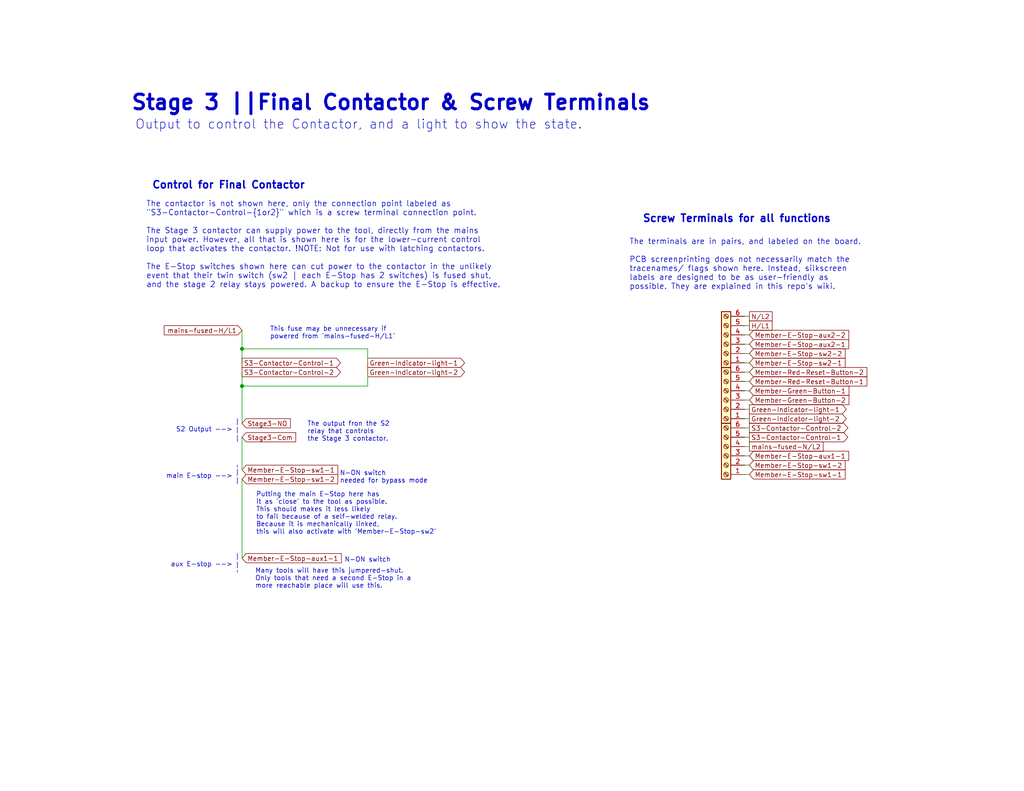
<source format=kicad_sch>
(kicad_sch (version 20231120) (generator "eeschema") (generator_version "8.0")
  (paper "USLetter")
  (title_block (title "Stage 3 | Contactor to power the Tool") (date "2022-10-29") (rev "3") (company "Corey Rice & MakeHaven") (comment 1 "The contactor actually controls power access to the tool") (comment 2 "A fuse is added to protect the board from over-current") (comment 3 "Screw-terminals shown here, to connect to mains-level devices"))
  (lib_symbols
    (symbol "Connector:Screw_Terminal_01x06" (pin_names (offset 1.016) hide)
      (property "Reference" "J" (at 0 7.62 0))
      (property "Value" "Screw_Terminal_01x06" (at 0 -10.16 0))
      (symbol "Screw_Terminal_01x06_1_1"
        (rectangle (start -1.27 6.35) (end 1.27 -8.89) (stroke (width 0.254)) (fill (type background)))
        (circle (center 0 -7.62) (radius 0.635) (stroke (width 0.1524)))
        (circle (center 0 -5.08) (radius 0.635) (stroke (width 0.1524)))
        (circle (center 0 -2.54) (radius 0.635) (stroke (width 0.1524)))
        (polyline (pts (xy -0.5334 -7.2898) (xy 0.3302 -8.128)) (stroke (width 0.1524)))
        (polyline (pts (xy -0.5334 -4.7498) (xy 0.3302 -5.588)) (stroke (width 0.1524)))
        (polyline (pts (xy -0.5334 -2.2098) (xy 0.3302 -3.048)) (stroke (width 0.1524)))
        (polyline (pts (xy -0.5334 0.3302) (xy 0.3302 -0.508)) (stroke (width 0.1524)))
        (polyline (pts (xy -0.5334 2.8702) (xy 0.3302 2.032)) (stroke (width 0.1524)))
        (polyline (pts (xy -0.5334 5.4102) (xy 0.3302 4.572)) (stroke (width 0.1524)))
        (polyline (pts (xy -0.3556 -7.112) (xy 0.508 -7.9502)) (stroke (width 0.1524)))
        (polyline (pts (xy -0.3556 -4.572) (xy 0.508 -5.4102)) (stroke (width 0.1524)))
        (polyline (pts (xy -0.3556 -2.032) (xy 0.508 -2.8702)) (stroke (width 0.1524)))
        (polyline (pts (xy -0.3556 0.508) (xy 0.508 -0.3302)) (stroke (width 0.1524)))
        (polyline (pts (xy -0.3556 3.048) (xy 0.508 2.2098)) (stroke (width 0.1524)))
        (polyline (pts (xy -0.3556 5.588) (xy 0.508 4.7498)) (stroke (width 0.1524)))
        (circle (center 0 0) (radius 0.635) (stroke (width 0.1524)))
        (circle (center 0 2.54) (radius 0.635) (stroke (width 0.1524)))
        (circle (center 0 5.08) (radius 0.635) (stroke (width 0.1524)))
        (pin passive line (at -5.08 5.08 0) (length 3.81) (name "Pin_1") (number "1"))
        (pin passive line (at -5.08 2.54 0) (length 3.81) (name "Pin_2") (number "2"))
        (pin passive line (at -5.08 0 0) (length 3.81) (name "Pin_3") (number "3"))
        (pin passive line (at -5.08 -2.54 0) (length 3.81) (name "Pin_4") (number "4"))
        (pin passive line (at -5.08 -5.08 0) (length 3.81) (name "Pin_5") (number "5"))
        (pin passive line (at -5.08 -7.62 0) (length 3.81) (name "Pin_6") (number "6"))
      )
    )
  )
  (junction (at 66.04 95.25))
  (junction (at 66.04 105.41))
  (wire (pts (xy 203.2 127) (xy 204.47 127)))
  (wire (pts (xy 66.04 101.6) (xy 66.04 105.41)))
  (wire (pts (xy 203.2 104.14) (xy 204.47 104.14)))
  (polyline (pts (xy 64.77 114.3) (xy 64.77 120.65)) (stroke (width 0) (type dash)))
  (wire (pts (xy 100.33 99.06) (xy 100.33 95.25)))
  (wire (pts (xy 100.33 101.6) (xy 100.33 105.41)))
  (wire (pts (xy 66.04 105.41) (xy 66.04 115.57)))
  (wire (pts (xy 66.04 95.25) (xy 100.33 95.25)))
  (wire (pts (xy 66.04 130.81) (xy 66.04 152.4)))
  (wire (pts (xy 203.2 119.38) (xy 204.47 119.38)))
  (wire (pts (xy 203.2 88.9) (xy 204.47 88.9)))
  (wire (pts (xy 203.2 101.6) (xy 204.47 101.6)))
  (wire (pts (xy 66.04 105.41) (xy 100.33 105.41)))
  (wire (pts (xy 203.2 106.68) (xy 204.47 106.68)))
  (wire (pts (xy 203.2 86.36) (xy 204.47 86.36)))
  (wire (pts (xy 66.04 95.25) (xy 66.04 99.06)))
  (polyline (pts (xy 64.77 132.08) (xy 64.77 127)) (stroke (width 0) (type dash)))
  (wire (pts (xy 203.2 114.3) (xy 204.47 114.3)))
  (polyline (pts (xy 64.77 151.13) (xy 64.77 156.21)) (stroke (width 0) (type dash)))
  (wire (pts (xy 66.04 119.38) (xy 66.04 128.27)))
  (wire (pts (xy 203.2 96.52) (xy 204.47 96.52)))
  (wire (pts (xy 203.2 93.98) (xy 204.47 93.98)))
  (wire (pts (xy 66.04 90.17) (xy 66.04 95.25)))
  (wire (pts (xy 203.2 91.44) (xy 204.47 91.44)))
  (wire (pts (xy 203.2 124.46) (xy 204.47 124.46)))
  (wire (pts (xy 203.2 99.06) (xy 204.47 99.06)))
  (wire (pts (xy 203.2 129.54) (xy 204.47 129.54)))
  (wire (pts (xy 203.2 111.76) (xy 204.47 111.76)))
  (wire (pts (xy 203.2 116.84) (xy 204.47 116.84)))
  (wire (pts (xy 203.2 109.22) (xy 204.47 109.22)))
  (wire (pts (xy 203.2 121.92) (xy 204.47 121.92)))
  (text "The terminals are in pairs, and labeled on the board. \n\nPCB screenprinting does not necessarily match the\ntracenames/ flags shown here. Instead, silkscreen\nlabels are designed to be as user-friendly as \npossible. They are explained in this repo's wiki. " (at 171.704 79.248 0) (effects (font (size 1.524 1.524)) (justify left bottom)))
  (text "Stage 3 ||Final Contactor & Screw Terminals\n" (at 35.56 30.48 0) (effects (font (size 4 4) (thickness 0.8) (bold yes)) (justify left bottom)))
  (text "The contactor is not shown here, only the connection point labeled as\n\"S3-Contactor-Control-{1or2}\" which is a screw terminal connection point.\n\nThe Stage 3 contactor can supply power to the tool, directly from the mains\ninput power. However, all that is shown here is for the lower-current control\nloop that activates the contactor. !NOTE: Not for use with latching contactors.\n\nThe E-Stop switches shown here can cut power to the contactor in the unlikely \nevent that their twin switch (sw2 | each E-Stop has 2 switches) is fused shut, \nand the stage 2 relay stays powered. A backup to ensure the E-Stop is effective." (at 39.878 78.74 0) (effects (font (size 1.524 1.524)) (justify left bottom)))
  (text "Many tools will have this jumpered-shut.\nOnly tools that need a second E-Stop in a\nmore reachable place will use this.\n" (at 69.596 160.782 0) (effects (font (size 1.27 1.27)) (justify left bottom)))
  (text "This fuse may be unnecessary if \npowered from 'mains-fused-H/L1'" (at 73.66 92.71 0) (effects (font (size 1.27 1.27)) (justify left bottom)))
  (text "Putting the main E-Stop here has \nit as 'close' to the tool as possible.\nThis should makes it less likely \nto fail because of a self-welded relay. \nBecause it is mechanically linked, \nthis will also activate with 'Member-E-Stop-sw2'" (at 69.85 146.05 0) (effects (font (size 1.27 1.27)) (justify left bottom)))
  (text "The output fron the S2 \nrelay that controls \nthe Stage 3 contactor." (at 83.82 120.65 0) (effects (font (size 1.27 1.27)) (justify left bottom)))
  (text "main E-stop -->" (at 63.5 130.81 0) (effects (font (size 1.27 1.27)) (justify right bottom)))
  (text "Control for Final Contactor\n" (at 41.402 51.816 0) (effects (font (size 2 2) (thickness 0.4) (bold yes)) (justify left bottom)))
  (text "N-ON switch\n" (at 93.98 153.67 0) (effects (font (size 1.27 1.27)) (justify left bottom)))
  (text "aux E-stop -->" (at 63.5 154.94 0) (effects (font (size 1.27 1.27)) (justify right bottom)))
  (text "Output to control the Contactor, and a light to show the state." (at 36.83 35.56 0) (effects (font (size 2.5 2.5)) (justify left bottom)))
  (text "N-ON switch\nneeded for bypass mode" (at 92.71 132.08 0) (effects (font (size 1.27 1.27)) (justify left bottom)))
  (text "Screw Terminals for all functions" (at 175.26 60.96 0) (effects (font (size 2 2) (thickness 0.4) (bold yes)) (justify left bottom)))
  (text "S2 Output -->" (at 63.5 118.11 0) (effects (font (size 1.27 1.27)) (justify right bottom)))
  (global_label "Green-Indicator-light-1" (shape output) (at 204.47 111.76 0) (property "Intersheetrefs" "${INTERSHEET_REFS}" (effects (hide yes))))
  (global_label "Member-Green-Button-2" (shape input) (at 204.47 109.22 0) (property "Intersheetrefs" "${INTERSHEET_REFS}" (effects (hide yes))))
  (global_label "H{slash}L1" (shape passive) (at 204.47 88.9 0) (property "Intersheetrefs" "${INTERSHEET_REFS}" (effects (hide yes))))
  (global_label "Member-E-Stop-aux1-1" (shape input) (at 66.04 152.4 0) (property "Intersheetrefs" "${INTERSHEET_REFS}" (effects (hide yes))))
  (global_label "S3-Contactor-Control-2" (shape output) (at 204.47 116.84 0) (property "Intersheetrefs" "${INTERSHEET_REFS}" (effects (hide yes))))
  (global_label "mains-fused-N{slash}L2" (shape passive) (at 204.47 121.92 0) (property "Intersheetrefs" "${INTERSHEET_REFS}" (effects (hide yes))))
  (global_label "Member-Red-Reset-Button-2" (shape input) (at 204.47 101.6 0) (property "Intersheetrefs" "${INTERSHEET_REFS}" (effects (hide yes))))
  (global_label "S3-Contactor-Control-1" (shape output) (at 204.47 119.38 0) (property "Intersheetrefs" "${INTERSHEET_REFS}" (effects (hide yes))))
  (global_label "Green-Indicator-light-2" (shape output) (at 204.47 114.3 0) (property "Intersheetrefs" "${INTERSHEET_REFS}" (effects (hide yes))))
  (global_label "Green-Indicator-light-2" (shape output) (at 100.33 101.6 0) (property "Intersheetrefs" "${INTERSHEET_REFS}" (effects (hide yes))))
  (global_label "Member-E-Stop-sw1-2" (shape input) (at 204.47 127 0) (property "Intersheetrefs" "${INTERSHEET_REFS}" (effects (hide yes))))
  (global_label "S3-Contactor-Control-2" (shape output) (at 66.04 101.6 0) (property "Intersheetrefs" "${INTERSHEET_REFS}" (effects (hide yes))))
  (global_label "Member-E-Stop-aux1-1" (shape input) (at 204.47 124.46 0) (property "Intersheetrefs" "${INTERSHEET_REFS}" (effects (hide yes))))
  (global_label "Member-Green-Button-1" (shape input) (at 204.47 106.68 0) (property "Intersheetrefs" "${INTERSHEET_REFS}" (effects (hide yes))))
  (global_label "Member-E-Stop-sw1-2" (shape input) (at 66.04 130.81 0) (property "Intersheetrefs" "${INTERSHEET_REFS}" (effects (hide yes))))
  (global_label "Member-E-Stop-sw1-1" (shape input) (at 66.04 128.27 0) (property "Intersheetrefs" "${INTERSHEET_REFS}" (effects (hide yes))))
  (global_label "Member-Red-Reset-Button-1" (shape input) (at 204.47 104.14 0) (property "Intersheetrefs" "${INTERSHEET_REFS}" (effects (hide yes))))
  (global_label "Member-E-Stop-sw1-1" (shape input) (at 204.47 129.54 0) (property "Intersheetrefs" "${INTERSHEET_REFS}" (effects (hide yes))))
  (global_label "S3-Contactor-Control-1" (shape output) (at 66.04 99.06 0) (property "Intersheetrefs" "${INTERSHEET_REFS}" (effects (hide yes))))
  (global_label "Stage3-NO" (shape input) (at 66.04 115.57 0) (property "Intersheetrefs" "${INTERSHEET_REFS}" (effects (hide yes))))
  (global_label "Member-E-Stop-aux2-1" (shape input) (at 204.47 93.98 0) (property "Intersheetrefs" "${INTERSHEET_REFS}" (effects (hide yes))))
  (global_label "Member-E-Stop-aux2-2" (shape input) (at 204.47 91.44 0) (property "Intersheetrefs" "${INTERSHEET_REFS}" (effects (hide yes))))
  (global_label "N{slash}L2" (shape passive) (at 204.47 86.36 0) (property "Intersheetrefs" "${INTERSHEET_REFS}" (effects (hide yes))))
  (global_label "Green-Indicator-light-1" (shape output) (at 100.33 99.06 0) (property "Intersheetrefs" "${INTERSHEET_REFS}" (effects (hide yes))))
  (global_label "Member-E-Stop-sw2-1" (shape input) (at 204.47 99.06 0) (property "Intersheetrefs" "${INTERSHEET_REFS}" (effects (hide yes))))
  (global_label "Stage3-Com" (shape input) (at 66.04 119.38 0) (property "Intersheetrefs" "${INTERSHEET_REFS}" (effects (hide yes))))
  (global_label "mains-fused-H{slash}L1" (shape input) (at 66.04 90.17 180) (property "Intersheetrefs" "${INTERSHEET_REFS}" (effects (hide yes))))
  (global_label "Member-E-Stop-sw2-2" (shape input) (at 204.47 96.52 0) (property "Intersheetrefs" "${INTERSHEET_REFS}" (effects (hide yes))))
  (symbol (lib_id "Connector:Screw_Terminal_01x06") (at 198.12 93.98 180) (unit 1)
    (property "Reference" "J1" (effects (hide yes)))
    (property "Value" "Screw_Terminal_01x06" (effects (hide yes)))
    (property "Footprint" "screw_terminal:CONN-TH_6P-P5.00_MX128-5.0-06P-GN01-CU-Y-A" (effects (hide yes)))
    (property "Description" "Generic screw terminal, single row, 01x06, script generated (kicad-library-utils/schlib/autogen/connector/)" (effects (hide yes)))
    (property "lcsc_id" "C5290371" (effects (hide yes)))
  )
  (symbol (lib_id "Connector:Screw_Terminal_01x06") (at 198.12 109.22 180) (unit 1)
    (property "Reference" "J17" (effects (hide yes)))
    (property "Value" "Screw_Terminal_01x06" (effects (hide yes)))
    (property "Footprint" "screw_terminal:CONN-TH_6P-P5.00_MX128-5.0-06P-GN01-CU-Y-A" (effects (hide yes)))
    (property "Description" "Generic screw terminal, single row, 01x06, script generated (kicad-library-utils/schlib/autogen/connector/)" (effects (hide yes)))
    (property "lcsc_id" "C5290371" (effects (hide yes)))
  )
  (symbol (lib_id "Connector:Screw_Terminal_01x06") (at 198.12 124.46 180) (unit 1)
    (property "Reference" "J18" (effects (hide yes)))
    (property "Value" "Screw_Terminal_01x06" (effects (hide yes)))
    (property "Footprint" "screw_terminal:CONN-TH_6P-P5.00_MX128-5.0-06P-GN01-CU-Y-A" (effects (hide yes)))
    (property "Description" "Generic screw terminal, single row, 01x06, script generated (kicad-library-utils/schlib/autogen/connector/)" (effects (hide yes)))
    (property "lcsc_id" "C5290371" (effects (hide yes)))
  )
)
</source>
